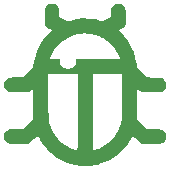
<source format=gbo>
G04 #@! TF.GenerationSoftware,KiCad,Pcbnew,(6.0.7)*
G04 #@! TF.CreationDate,2022-10-05T19:21:38-05:00*
G04 #@! TF.ProjectId,INA186_Breakout,494e4131-3836-45f4-9272-65616b6f7574,rev?*
G04 #@! TF.SameCoordinates,Original*
G04 #@! TF.FileFunction,Legend,Bot*
G04 #@! TF.FilePolarity,Positive*
%FSLAX46Y46*%
G04 Gerber Fmt 4.6, Leading zero omitted, Abs format (unit mm)*
G04 Created by KiCad (PCBNEW (6.0.7)) date 2022-10-05 19:21:38*
%MOMM*%
%LPD*%
G01*
G04 APERTURE LIST*
%ADD10C,2.600000*%
%ADD11C,2.400000*%
%ADD12O,2.400000X2.400000*%
%ADD13C,1.400000*%
%ADD14C,1.524000*%
G04 APERTURE END LIST*
G36*
X61700672Y-39379204D02*
G01*
X61500144Y-39107639D01*
X61330803Y-38844073D01*
X61261405Y-38718318D01*
X61195067Y-38594278D01*
X61141140Y-38503132D01*
X61109972Y-38462200D01*
X61107944Y-38461461D01*
X61073221Y-38487215D01*
X60994641Y-38557367D01*
X60883808Y-38661250D01*
X60752327Y-38788197D01*
X60750222Y-38790257D01*
X60580528Y-38950183D01*
X60450308Y-39057658D01*
X60349222Y-39120449D01*
X60278756Y-39144440D01*
X60197362Y-39151833D01*
X60052830Y-39157058D01*
X59860154Y-39159895D01*
X59634325Y-39160120D01*
X59393795Y-39157568D01*
X59130925Y-39152654D01*
X58934336Y-39146871D01*
X58792159Y-39138932D01*
X58692522Y-39127552D01*
X58623554Y-39111446D01*
X58573384Y-39089328D01*
X58536517Y-39064739D01*
X58380472Y-38916673D01*
X58290725Y-38747227D01*
X58257699Y-38570543D01*
X58272780Y-38365160D01*
X58356317Y-38189249D01*
X58512158Y-38035533D01*
X58557616Y-38003237D01*
X58613782Y-37968875D01*
X58673050Y-37944704D01*
X58749869Y-37928948D01*
X58858688Y-37919830D01*
X59013959Y-37915575D01*
X59230129Y-37914405D01*
X59280247Y-37914384D01*
X59871029Y-37914384D01*
X60310006Y-37474158D01*
X60748984Y-37033931D01*
X60748984Y-34426585D01*
X60576646Y-34585440D01*
X60453566Y-34681924D01*
X60331864Y-34749858D01*
X60273800Y-34768755D01*
X60194059Y-34775848D01*
X60051062Y-34780817D01*
X59859683Y-34783455D01*
X59634798Y-34783555D01*
X59393795Y-34780953D01*
X59130925Y-34776039D01*
X58934336Y-34770256D01*
X58792159Y-34762317D01*
X58692522Y-34750937D01*
X58623554Y-34734831D01*
X58573384Y-34712713D01*
X58536517Y-34688124D01*
X58380472Y-34540058D01*
X58290725Y-34370612D01*
X58257699Y-34193928D01*
X58272780Y-33988545D01*
X58356317Y-33812633D01*
X58512158Y-33658918D01*
X58557616Y-33626622D01*
X58613782Y-33592259D01*
X58673050Y-33568088D01*
X58749869Y-33552332D01*
X58858688Y-33543215D01*
X59013959Y-33538960D01*
X59230129Y-33537789D01*
X59280247Y-33537769D01*
X59871029Y-33537769D01*
X60179213Y-33225154D01*
X61994311Y-33225154D01*
X62009016Y-35208308D01*
X62012422Y-35654013D01*
X62015690Y-36028871D01*
X62019148Y-36340189D01*
X62023126Y-36595273D01*
X62027955Y-36801429D01*
X62033964Y-36965962D01*
X62041484Y-37096179D01*
X62050843Y-37199386D01*
X62062371Y-37282888D01*
X62076400Y-37353993D01*
X62093257Y-37420005D01*
X62111702Y-37483027D01*
X62290259Y-37947975D01*
X62531568Y-38375652D01*
X62829644Y-38758765D01*
X63178504Y-39090018D01*
X63572163Y-39362113D01*
X63717719Y-39441159D01*
X63879197Y-39516777D01*
X64055581Y-39589428D01*
X64225117Y-39651148D01*
X64366052Y-39693970D01*
X64451523Y-39709821D01*
X64460567Y-39695636D01*
X64468497Y-39649471D01*
X64475376Y-39567154D01*
X64481267Y-39444512D01*
X64486233Y-39277374D01*
X64490336Y-39061567D01*
X64493640Y-38792920D01*
X64496207Y-38467259D01*
X64498101Y-38080413D01*
X64499384Y-37628210D01*
X64500118Y-37106477D01*
X64500368Y-36511042D01*
X64500369Y-36468538D01*
X64500369Y-33225154D01*
X61994311Y-33225154D01*
X60179213Y-33225154D01*
X60304413Y-33098154D01*
X60737798Y-32658538D01*
X60800923Y-32258349D01*
X60864326Y-31974692D01*
X62150487Y-31974692D01*
X68100713Y-31974692D01*
X68073982Y-31886769D01*
X68045204Y-31815096D01*
X67989582Y-31693953D01*
X67916400Y-31543171D01*
X67868143Y-31447154D01*
X67775037Y-31275747D01*
X67679026Y-31128462D01*
X67563985Y-30984136D01*
X67413793Y-30821608D01*
X67315856Y-30722282D01*
X67135419Y-30547317D01*
X66983878Y-30415628D01*
X66839667Y-30310810D01*
X66681223Y-30216456D01*
X66582140Y-30164074D01*
X66260553Y-30013439D01*
X65964987Y-29910094D01*
X65667288Y-29847273D01*
X65339303Y-29818214D01*
X65125600Y-29814164D01*
X64765312Y-29827050D01*
X64451935Y-29870111D01*
X64157865Y-29949954D01*
X63855498Y-30073184D01*
X63678209Y-30160530D01*
X63386765Y-30337753D01*
X63094143Y-30563224D01*
X62826202Y-30814950D01*
X62610494Y-31068627D01*
X62523775Y-31199769D01*
X62425212Y-31368571D01*
X62327602Y-31550868D01*
X62243738Y-31722498D01*
X62186418Y-31859296D01*
X62177260Y-31886769D01*
X62150487Y-31974692D01*
X60864326Y-31974692D01*
X60930291Y-31679576D01*
X61130385Y-31133985D01*
X61400794Y-30622396D01*
X61741104Y-30145628D01*
X62020921Y-29832813D01*
X62299922Y-29547088D01*
X62120376Y-29455681D01*
X61912386Y-29321635D01*
X61775025Y-29165411D01*
X61728511Y-29070687D01*
X61713902Y-28993562D01*
X61701576Y-28854474D01*
X61692459Y-28669604D01*
X61687479Y-28455129D01*
X61686831Y-28343773D01*
X61687533Y-28108781D01*
X61690748Y-27937932D01*
X61698138Y-27817221D01*
X61711366Y-27732641D01*
X61732092Y-27670188D01*
X61761979Y-27615854D01*
X61775684Y-27595016D01*
X61925406Y-27422364D01*
X62095684Y-27322881D01*
X62293796Y-27292722D01*
X62342990Y-27295099D01*
X62547169Y-27337785D01*
X62712087Y-27436686D01*
X62837185Y-27573935D01*
X62876633Y-27640530D01*
X62902869Y-27726283D01*
X62919388Y-27849677D01*
X62929687Y-28029198D01*
X62931231Y-28071221D01*
X62944708Y-28460709D01*
X63621138Y-28797299D01*
X63855600Y-28724993D01*
X64379841Y-28601355D01*
X64925736Y-28543615D01*
X65476286Y-28551786D01*
X66014489Y-28625876D01*
X66395600Y-28723394D01*
X66630061Y-28796533D01*
X66971984Y-28626759D01*
X67313908Y-28456985D01*
X67313908Y-28091925D01*
X67316466Y-27910476D01*
X67326674Y-27785854D01*
X67348327Y-27696827D01*
X67385222Y-27622162D01*
X67402760Y-27595016D01*
X67552482Y-27422364D01*
X67722761Y-27322881D01*
X67920873Y-27292722D01*
X67970067Y-27295099D01*
X68174230Y-27337779D01*
X68339149Y-27436668D01*
X68464262Y-27573895D01*
X68495891Y-27623777D01*
X68518677Y-27684584D01*
X68534471Y-27770184D01*
X68545125Y-27894442D01*
X68552488Y-28071227D01*
X68557532Y-28272649D01*
X68560467Y-28490631D01*
X68559951Y-28690547D01*
X68556261Y-28854786D01*
X68549676Y-28965736D01*
X68546208Y-28991710D01*
X68477004Y-29159993D01*
X68340659Y-29315895D01*
X68148185Y-29447110D01*
X68130457Y-29456291D01*
X67941187Y-29552201D01*
X68120698Y-29717669D01*
X68452837Y-30070583D01*
X68753223Y-30482054D01*
X69013875Y-30936188D01*
X69226812Y-31417090D01*
X69384056Y-31908866D01*
X69477625Y-32395624D01*
X69481442Y-32427846D01*
X69508496Y-32666076D01*
X70381446Y-33533508D01*
X70994194Y-33545408D01*
X71249098Y-33552010D01*
X71439719Y-33563345D01*
X71579925Y-33583700D01*
X71683585Y-33617363D01*
X71764567Y-33668621D01*
X71836742Y-33741762D01*
X71903031Y-33826357D01*
X71963011Y-33960076D01*
X71987205Y-34131347D01*
X71975615Y-34308241D01*
X71928240Y-34458829D01*
X71903031Y-34499643D01*
X71834373Y-34587757D01*
X71769651Y-34654270D01*
X71696757Y-34702438D01*
X71603584Y-34735518D01*
X71478026Y-34756768D01*
X71307975Y-34769445D01*
X71081325Y-34776805D01*
X70857404Y-34780953D01*
X70614001Y-34783567D01*
X70389381Y-34783440D01*
X70198419Y-34780778D01*
X70055989Y-34775787D01*
X69977399Y-34768755D01*
X69871179Y-34726442D01*
X69745081Y-34644381D01*
X69674553Y-34585440D01*
X69502215Y-34426585D01*
X69502215Y-37036429D01*
X69941831Y-37473276D01*
X70381446Y-37910124D01*
X70994194Y-37922023D01*
X71230635Y-37927560D01*
X71402461Y-37934714D01*
X71523210Y-37945223D01*
X71606422Y-37960825D01*
X71665636Y-37983257D01*
X71714389Y-38014257D01*
X71714703Y-38014491D01*
X71863508Y-38149197D01*
X71948308Y-38293074D01*
X71981708Y-38470743D01*
X71983600Y-38539615D01*
X71964140Y-38733518D01*
X71897357Y-38885650D01*
X71770645Y-39020626D01*
X71714682Y-39064739D01*
X71671167Y-39093002D01*
X71618981Y-39114157D01*
X71546254Y-39129488D01*
X71441114Y-39140282D01*
X71291691Y-39147824D01*
X71086114Y-39153400D01*
X70857404Y-39157568D01*
X70613566Y-39160136D01*
X70388096Y-39159873D01*
X70195988Y-39157001D01*
X70052234Y-39151744D01*
X69972443Y-39144440D01*
X69887938Y-39113402D01*
X69783052Y-39044256D01*
X69647444Y-38929233D01*
X69500978Y-38790257D01*
X69369271Y-38663040D01*
X69258036Y-38558725D01*
X69178877Y-38487979D01*
X69143398Y-38461468D01*
X69143256Y-38461461D01*
X69116279Y-38493608D01*
X69065030Y-38578500D01*
X68999860Y-38698815D01*
X68989794Y-38718318D01*
X68709054Y-39181691D01*
X68364438Y-39607582D01*
X67963600Y-39990004D01*
X67514190Y-40322973D01*
X67023860Y-40600502D01*
X66500260Y-40816606D01*
X66187302Y-40910673D01*
X65913381Y-40966085D01*
X65593555Y-41005136D01*
X65252858Y-41026798D01*
X64916321Y-41030040D01*
X64608976Y-41013832D01*
X64392316Y-40984552D01*
X63805150Y-40834619D01*
X63253235Y-40615146D01*
X62737959Y-40326830D01*
X62260709Y-39970369D01*
X62115283Y-39841131D01*
X61995683Y-39718133D01*
X65750831Y-39718133D01*
X65877831Y-39691465D01*
X65980801Y-39663017D01*
X66123072Y-39615347D01*
X66256881Y-39565320D01*
X66563495Y-39427529D01*
X66834161Y-39265872D01*
X67092793Y-39064163D01*
X67333446Y-38836610D01*
X67656579Y-38461160D01*
X67908556Y-38058209D01*
X68093760Y-37620298D01*
X68143129Y-37459145D01*
X68162487Y-37386865D01*
X68178766Y-37315704D01*
X68192290Y-37238245D01*
X68203383Y-37147069D01*
X68212371Y-37034759D01*
X68219578Y-36893895D01*
X68225329Y-36717062D01*
X68229949Y-36496839D01*
X68233762Y-36225809D01*
X68237093Y-35896554D01*
X68240267Y-35501656D01*
X68242523Y-35188769D01*
X68256353Y-33225154D01*
X65750831Y-33225154D01*
X65750831Y-39718133D01*
X61995683Y-39718133D01*
X61912385Y-39632469D01*
X61700672Y-39379204D01*
G37*
%LPC*%
D10*
X74193400Y-44754800D03*
D11*
X69342000Y-24434800D03*
D12*
X69342000Y-44754800D03*
D10*
X74193400Y-24434800D03*
D13*
X63703200Y-34874200D03*
X54889400Y-32080200D03*
X54889400Y-34848800D03*
X54889400Y-37617400D03*
D14*
X54889400Y-26568400D03*
X57429400Y-26568400D03*
X54889400Y-43561000D03*
X57429400Y-43561000D03*
D13*
X63703200Y-32105600D03*
X63703200Y-37642800D03*
M02*

</source>
